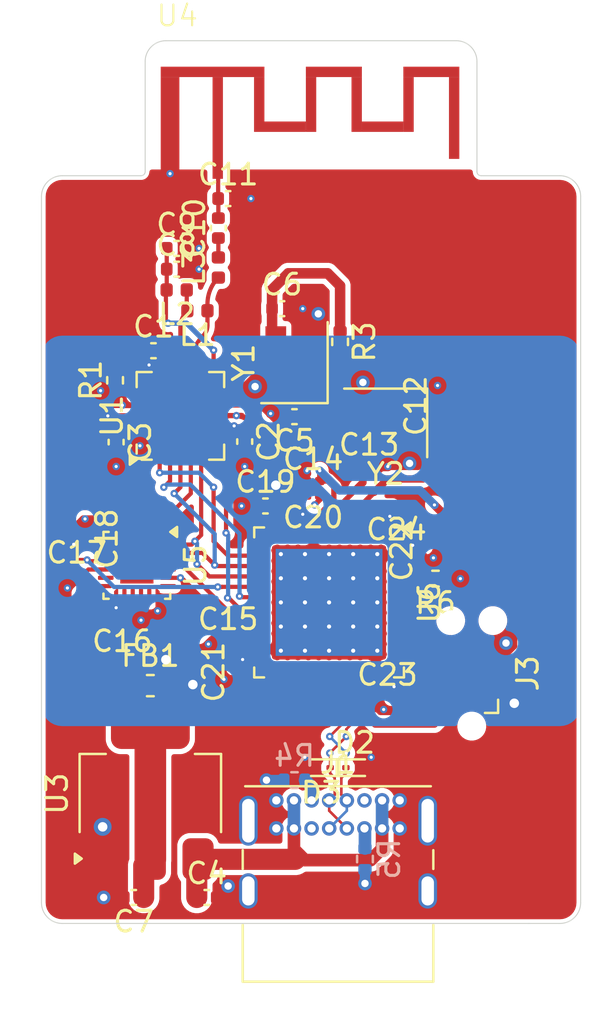
<source format=kicad_pcb>
(kicad_pcb (version 20241229) (generator "pcbnew") (generator_version "9.0")
  (layers (0 "F.Cu" signal) (4 "In1.Cu" signal) (6 "In2.Cu" signal) (2 "B.Cu" signal) (13 "F.Paste" user) (15 "B.Paste" user) (5 "F.SilkS" user "F.Silkscreen") (7 "B.SilkS" user "B.Silkscreen") (1 "F.Mask" user) (3 "B.Mask" user) (25 "Edge.Cuts" user))
  (net 0 "")
  (net 1 "GND")
  (net 2 "+3.3V")
  (net 3 "/DVDD")
  (net 4 "VBUS")
  (net 5 "/XC2")
  (net 6 "/XC1")
  (net 7 "/VREG_O")
  (net 8 "/VDD_PA")
  (net 9 "/ANT_OUT")
  (net 10 "Net-(C10-Pad1)")
  (net 11 "RCC_OSC_IN")
  (net 12 "RCC_OSC_OUT")
  (net 13 "NRST")
  (net 14 "Net-(U6-VCAP1)")
  (net 15 "/REGOUT")
  (net 16 "D-")
  (net 18 "CC1")
  (net 19 "D+")
  (net 21 "CC2")
  (net 22 "SPI1_MOSI")
  (net 23 "SPI1_MISO")
  (net 24 "SPI1_SCK")
  (net 25 "SYS_JTMS-SWDIO")
  (net 26 "SYS_JTDO-SWO")
  (net 27 "SYS_JTCK-SWCLK")
  (net 28 "/ANT2")
  (net 29 "/ANT1")
  (net 30 "/IREF")
  (net 31 "Net-(U6-BOOT0)")
  (net 32 "SPI1_CS0")
  (net 33 "IRQ")
  (net 34 "INT1")
  (net 47 "SPI1_CS1")
  (net 56 "CE")
  (footprint "Package_DFN_QFN:QFN-48-1EP_7x7mm_P0.5mm_EP5.15x5.15mm_ThermalVias" (layer "F.Cu") (at 232.86875 103.04375 -90)
    (property "Reference" "U6")
    (property "Value" "STM32F411CEUx")
  )
  (footprint "Capacitor_SMD:C_0201_0603Metric" (layer "F.Cu") (at 234.8 96.5)
    (property "Reference" "C13")
    (property "Value" "10p")
  )
  (footprint "Resistor_SMD:R_0402_1005Metric" (layer "F.Cu") (at 222.55 92.35 90)
    (property "Reference" "R1")
    (property "Value" "22k")
  )
  (footprint "Capacitor_SMD:C_0402_1005Metric" (layer "F.Cu") (at 231.2 94.1 180)
    (property "Reference" "C5")
    (property "Value" "22p")
  )
  (footprint "Diode_SMD:D_SOD-923" (layer "F.Cu") (at 234.1 111)
    (property "Reference" "D2")
    (property "Value" "ESD")
  )
  (footprint "Connector:Tag-Connect_TC2030-IDC-NL_2x03_P1.27mm_Vertical" (layer "F.Cu") (at 239.75 106.46 90)
    (property "Reference" "J3")
    (property "Value" "TC2030")
  )
  (footprint "Capacitor_SMD:C_0201_0603Metric" (layer "F.Cu") (at 222.9 103.86 180)
    (property "Reference" "C16")
    (property "Value" "0u1")
  )
  (footprint "Inductor_SMD:L_0603_1608Metric" (layer "F.Cu") (at 224.25 107.05)
    (property "Reference" "FB1")
    (property "Value" "600 @ 100MHz")
  )
  (footprint "Capacitor_SMD:C_0201_0603Metric" (layer "F.Cu") (at 236.11875 98.48125 180)
    (property "Reference" "C24")
    (property "Value" "0u1")
  )
  (footprint "Inductor_SMD:L_0402_1005Metric" (layer "F.Cu") (at 227.53 86.92 90)
    (property "Reference" "L3")
    (property "Value" "3n9")
  )
  (footprint "Capacitor_SMD:C_0402_1005Metric" (layer "F.Cu") (at 229.8 98.4)
    (property "Reference" "C19")
    (property "Value" "10u")
  )
  (footprint "Package_DFN_QFN:QFN-20-1EP_4x4mm_P0.5mm_EP2.5x2.5mm" (layer "F.Cu") (at 225.7 94.0625 90)
    (property "Reference" "U1")
    (property "Value" "NRF24L01")
  )
  (footprint "Capacitor_SMD:C_0201_0603Metric" (layer "F.Cu") (at 238.1 93.58 90)
    (property "Reference" "C12")
    (property "Value" "10p")
  )
  (footprint "Capacitor_SMD:C_0402_1005Metric" (layer "F.Cu") (at 228 83.6)
    (property "Reference" "C11")
    (property "Value" "1p")
  )
  (footprint "Capacitor_SMD:C_0201_0603Metric" (layer "F.Cu") (at 232.1 97.2)
    (property "Reference" "C14")
    (property "Value" "0u1")
  )
  (footprint "Crystal:Crystal_SMD_EuroQuartz_MT-4Pin_3.2x2.5mm" (layer "F.Cu") (at 231.2 91.5 90)
    (property "Reference" "Y1")
    (property "Value" "16MHz")
  )
  (footprint "Capacitor_SMD:C_0402_1005Metric" (layer "F.Cu") (at 226.97 117.25)
    (property "Reference" "C4")
    (property "Value" "22u")
  )
  (footprint "Capacitor_SMD:C_0201_0603Metric" (layer "F.Cu") (at 235.68125 107.58125)
    (property "Reference" "C23")
    (property "Value" "0u1")
  )
  (footprint "Crystal:Crystal_SMD_Abracon_ABM8G-4Pin_3.2x2.5mm" (layer "F.Cu") (at 235.6 94.4 180)
    (property "Reference" "Y2")
    (property "Value" "24MHz")
  )
  (footprint "Resistor_SMD:R_0402_1005Metric" (layer "F.Cu") (at 233.4 90.5 -90)
    (property "Reference" "R3")
    (property "Value" "1M")
  )
  (footprint "Capacitor_SMD:C_0201_0603Metric" (layer "F.Cu") (at 232.1 97.9 180)
    (property "Reference" "C20")
    (property "Value" "0u1")
  )
  (footprint "Capacitor_SMD:C_0402_1005Metric" (layer "F.Cu") (at 224.4 90.925)
    (property "Reference" "C1")
    (property "Value" "10n")
  )
  (footprint "Capacitor_SMD:C_0402_1005Metric" (layer "F.Cu") (at 227.53 85.02 90)
    (property "Reference" "C10")
    (property "Value" "1p5")
  )
  (footprint "Inductor_SMD:L_0402_1005Metric" (layer "F.Cu") (at 225.52 88 180)
    (property "Reference" "L2")
    (property "Value" "2n7")
  )
  (footprint "Package_DFN_QFN:QFN-24-1EP_3x3mm_P0.4mm_EP1.75x1.6mm" (layer "F.Cu") (at 223.6 101.26 -90)
    (property "Reference" "U5")
    (property "Value" "ICM-20948")
  )
  (footprint "RF_Antenna:Untitled" (layer "F.Cu") (at 224.75 82.65)
    (property "Reference" "U4")
    (property "Value" "2.4GHz")
  )
  (footprint "Resistor_SMD:R_0402_1005Metric" (layer "F.Cu") (at 238 101.9 180)
    (property "Reference" "R6")
    (property "Value" "5k1")
  )
  (footprint "Capacitor_SMD:C_0201_0603Metric" (layer "F.Cu") (at 220.7 101.7)
    (property "Reference" "C17")
    (property "Value" "0u1")
  )
  (footprint "Capacitor_SMD:C_0402_1005Metric" (layer "F.Cu") (at 225.52 87)
    (property "Reference" "C8")
    (property "Value" "2n2")
  )
  (footprint "Capacitor_SMD:C_0402_1005Metric" (layer "F.Cu") (at 230.6 88.9)
    (property "Reference" "C6")
    (property "Value" "22p")
  )
  (footprint "Capacitor_SMD:C_0201_0603Metric" (layer "F.Cu") (at 221.1 99.98 -90)
    (property "Reference" "C18")
    (property "Value" "0u1")
  )
  (footprint "Capacitor_SMD:C_0402_1005Metric" (layer "F.Cu") (at 223.45 117.25 180)
    (property "Reference" "C7")
    (property "Value" "22u")
  )
  (footprint "Capacitor_SMD:C_0201_0603Metric" (layer "F.Cu") (at 228.35 106.4 90)
    (property "Reference" "C21")
    (property "Value" "0u1")
  )
  (footprint "Inductor_SMD:L_0402_1005Metric" (layer "F.Cu") (at 226.52 89 180)
    (property "Reference" "L1")
    (property "Value" "8n2")
  )
  (footprint "Diode_SMD:D_SOD-923" (layer "F.Cu") (at 232.5 111 180)
    (property "Reference" "D3")
    (property "Value" "ESD")
  )
  (footprint "Capacitor_SMD:C_0201_0603Metric" (layer "F.Cu") (at 228 104.9)
    (property "Reference" "C15")
    (property "Value" "0u1")
  )
  (footprint "Capacitor_SMD:C_0402_1005Metric" (layer "F.Cu") (at 222.6 95.325 -90)
    (property "Reference" "C3")
    (property "Value" "33n")
  )
  (footprint "Capacitor_SMD:C_0402_1005Metric" (layer "F.Cu") (at 228.8 95.3 -90)
    (property "Reference" "C2")
    (property "Value" "1n")
  )
  (footprint "Capacitor_SMD:C_0402_1005Metric" (layer "F.Cu") (at 225.52 86)
    (property "Reference" "C9")
    (property "Value" "4n7")
  )
  (footprint "Package_TO_SOT_SMD:SOT-223-3_TabPin2" (layer "F.Cu") (at 224.25 112.25 90)
    (property "Reference" "U3")
    (property "Value" "LM1117MP-3.3")
  )
  (footprint "Capacitor_SMD:C_0201_0603Metric" (layer "F.Cu") (at 237.41875 100.58125 90)
    (property "Reference" "C22")
    (property "Value" "0u1")
  )
  (footprint "Connector_USB:USB_C_Receptacle_GCT_USB4085" (layer "F.Cu") (at 230.325 112.575)
    (property "Reference" "J1")
    (property "Value" "USB_C_Receptacle_USB2.0_16P")
  )
  (footprint "Resistor_SMD:R_0402_1005Metric" (layer "B.Cu") (at 231.2 111.6 180)
    (property "Reference" "R4")
    (property "Value" "5k1")
  )
  (footprint "Resistor_SMD:R_0402_1005Metric" (layer "B.Cu") (at 234.6 115.4 90)
    (property "Reference" "R5")
    (property "Value" "5k1")
  )
  (gr_arc (start 239 76) (mid 239.707107 76.292893) (end 240 77) (stroke (width 0.05)) (layer "Edge.Cuts"))
  (gr_line (start 242.5 118.5) (end 220 118.5) (stroke (width 0.05)) (layer "Edge.Cuts"))
  (gr_arc (start 240.2 82.5) (mid 240.058579 82.441421) (end 240 82.3) (stroke (width 0.05)) (layer "Edge.Cuts"))
  (gr_line (start 224 82.3) (end 224 77) (stroke (width 0.05)) (layer "Edge.Cuts"))
  (gr_line (start 220 82.5) (end 223.8 82.5) (stroke (width 0.05)) (layer "Edge.Cuts"))
  (gr_line (start 245 83.5) (end 245 117.5) (stroke (width 0.05)) (layer "Edge.Cuts"))
  (gr_arc (start 224 77) (mid 224.292893 76.292893) (end 225 76) (stroke (width 0.05)) (layer "Edge.Cuts"))
  (gr_arc (start 245 117.5) (mid 244.707107 118.207107) (end 244 118.5) (stroke (width 0.05)) (layer "Edge.Cuts"))
  (gr_line (start 225 76) (end 239 76) (stroke (width 0.05)) (layer "Edge.Cuts"))
  (gr_line (start 244 82.5) (end 240.2 82.5) (stroke (width 0.05)) (layer "Edge.Cuts"))
  (gr_arc (start 219 83.5) (mid 219.292893 82.792893) (end 220 82.5) (stroke (width 0.05)) (layer "Edge.Cuts"))
  (gr_line (start 240 77) (end 240 82.3) (stroke (width 0.05)) (layer "Edge.Cuts"))
  (gr_arc (start 244 82.5) (mid 244.707107 82.792893) (end 245 83.5) (stroke (width 0.05)) (layer "Edge.Cuts"))
  (gr_arc (start 224 82.3) (mid 223.941421 82.441421) (end 223.8 82.5) (stroke (width 0.05)) (layer "Edge.Cuts"))
  (gr_line (start 242.5 118.5) (end 244 118.5) (stroke (width 0.05)) (layer "Edge.Cuts"))
  (gr_arc (start 220 118.5) (mid 219.292893 118.207107) (end 219 117.5) (stroke (width 0.05)) (layer "Edge.Cuts"))
  (gr_line (start 219 117.5) (end 219 83.5) (stroke (width 0.05)) (layer "Edge.Cuts"))
  (segment (start 236.75 95.3) (end 236.7 95.25) (width 0.4572) (layer "F.Cu") (net 1))
  (segment (start 224.6 102.76) (end 224.6 103.45) (width 0.2032) (layer "F.Cu") (net 1))
  (segment (start 223.7625 93.5625) (end 222.9125 93.5625) (width 0.254) (layer "F.Cu") (net 1))
  (segment (start 238.1 93.26) (end 238.1 92.6) (width 0.4572) (layer "F.Cu") (net 1))
  (segment (start 232.08 110.88) (end 231.7 110.5) (width 0.254) (layer "F.Cu") (net 1))
  (segment (start 231.78 97.2) (end 231.78 96.72) (width 0.254) (layer "F.Cu") (net 1))
  (segment (start 232.42 98.099999) (end 232.42 97.9) (width 0.254) (layer "F.Cu") (net 1))
  (segment (start 229.3 92.65) (end 230.25 92.65) (width 0.4572) (layer "F.Cu") (net 1))
  (segment (start 221.95 113.85) (end 221.95 115.4) (width 1.016) (layer "F.Cu") (net 1))
  (segment (start 222.9125 93.5625) (end 222.9 93.55) (width 0.254) (layer "F.Cu") (net 1))
  (segment (start 228.8 95.78) (end 228.8 96.5) (width 0.4572) (layer "F.Cu") (net 1))
  (segment (start 221.1 99.025) (end 221.1 99.66) (width 0.3556) (layer "F.Cu") (net 1))
  (segment (start 226 86) (end 226.6 86) (width 0.3048) (layer "F.Cu") (net 1))
  (segment (start 223.76 103.86) (end 223.8 103.9) (width 0.3048) (layer "F.Cu") (net 1))
  (segment (start 232.35 89.15) (end 232.35 90.15) (width 0.4572) (layer "F.Cu") (net 1))
  (segment (start 226.6 87) (end 226 87) (width 0.3048) (layer "F.Cu") (net 1))
  (segment (start 240.385 105.19) (end 241.21 105.19) (width 0.762) (layer "F.Cu") (net 1))
  (segment (start 237.89875 100.90125) (end 237.41875 100.90125) (width 0.3556) (layer "F.Cu") (net 1))
  (segment (start 231.78 96.72) (end 231.8 96.7) (width 0.254) (layer "F.Cu") (net 1))
  (segment (start 228.35 106.72) (end 227.83 106.72) (width 0.3556) (layer "F.Cu") (net 1))
  (segment (start 232.172276 98.347723) (end 232.42 98.099999) (width 0.254) (layer "F.Cu") (net 1))
  (segment (start 227.68 104.9) (end 227.2 104.9) (width 0.3556) (layer "F.Cu") (net 1))
  (segment (start 236.75 96.35) (end 236.75 95.3) (width 0.4572) (layer "F.Cu") (net 1))
  (segment (start 235.36125 107.58125) (end 235.36125 108.06125) (width 0.3556) (layer "F.Cu") (net 1))
  (segment (start 222.97 117.25) (end 222 117.25) (width 0.508) (layer "F.Cu") (net 1))
  (segment (start 230.25 92.65) (end 230.3 92.6) (width 0.4572) (layer "F.Cu") (net 1))
  (segment (start 239.2 101.9) (end 238.51 101.9) (width 0.3556) (layer "F.Cu") (net 1))
  (segment (start 222.55 92.86) (end 221.86 92.86) (width 0.3556) (layer "F.Cu") (net 1))
  (segment (start 228.65 98.4) (end 229.32 98.4) (width 0.4572) (layer "F.Cu") (net 1))
  (segment (start 232.35 90.15) (end 232.1 90.4) (width 0.4572) (layer "F.Cu") (net 1))
  (segment (start 228.48 83.6) (end 229.1 83.6) (width 0.3048) (layer "F.Cu") (net 1))
  (segment (start 227.65 94.05) (end 227.6375 94.0625) (width 0.254) (layer "F.Cu") (net 1))
  (segment (start 234.52 111) (end 234.52 110.88) (width 0.254) (layer "F.Cu") (net 1))
  (segment (start 223.22 103.86) (end 223.76 103.86) (width 0.3048) (layer "F.Cu") (net 1))
  (segment (start 231.6 88.9) (end 231.08 88.9) (width 0.4572) (layer "F.Cu") (net 1))
  (segment (start 220.38 101.7) (end 220.38 102.22) (width 0.3048) (layer "F.Cu") (net 1))
  (segment (start 241.21 105.19) (end 241.4 105) (width 0.762) (layer "F.Cu") (net 1))
  (segment (start 232.08 111) (end 232.08 110.88) (width 0.254) (layer "F.Cu") (net 1))
  (segment (start 235.36125 108.06125) (end 235.5 108.2) (width 0.3556) (layer "F.Cu") (net 1))
  (segment (start 228 116.7) (end 227.45 117.25) (width 0.508) (layer "F.Cu") (net 1))
  (segment (start 230.05 93.95) (end 230.57 93.95) (width 0.4572) (layer "F.Cu") (net 1))
  (segment (start 223.7625 95.4875) (end 223.75 95.5) (width 0.3048) (layer "F.Cu") (net 1))
  (segment (start 227.83 106.72) (end 227.8 106.75) (width 0.3556) (layer "F.Cu") (net 1))
  (segment (start 220.38 102.22) (end 220.25 102.35) (width 0.3048) (layer "F.Cu") (net 1))
  (segment (start 225.7 101.86) (end 225.1 101.86) (width 0.2032) (layer "F.Cu") (net 1))
  (segment (start 230.57 93.95) (end 230.72 94.1) (width 0.4572) (layer "F.Cu") (net 1))
  (segment (start 235.7 96.5) (end 235.12 96.5) (width 0.4572) (layer "F.Cu") (net 1))
  (segment (start 222.6 95.805) (end 222.6 96.5) (width 0.3556) (layer "F.Cu") (net 1))
  (segment (start 221.86 92.86) (end 221.85 92.85) (width 0.3556) (layer "F.Cu") (net 1))
  (segment (start 223.7625 95.0625) (end 223.7625 95.4875) (width 0.3048) (layer "F.Cu") (net 1))
  (segment (start 237.9 100.9) (end 237.89875 100.90125) (width 0.3556) (layer "F.Cu") (net 1))
  (segment (start 228.4 94.05) (end 227.65 94.05) (width 0.254) (layer "F.Cu") (net 1))
  (segment (start 234.5 93.55) (end 234.5 92.45) (width 0.4572) (layer "F.Cu") (net 1))
  (segment (start 234.52 110.88) (end 234.9 110.5) (width 0.254) (layer "F.Cu") (net 1))
  (segment (start 227.2 104.9) (end 227.05 105.05) (width 0.3556) (layer "F.Cu") (net 1))
  (via (at 229.85 111.6) (size 0.6604) (drill 0.3556) (layers "F.Cu" "B.Cu") (net 1))
  (via (at 228.65 98.4) (size 0.3556) (drill 0.1524) (layers "F.Cu" "B.Cu") (net 1))
  (via (at 239.2 101.9) (size 0.3556) (drill 0.1524) (layers "F.Cu" "B.Cu") (net 1))
  (via (at 237.9 100.9) (size 0.3556) (drill 0.1524) (layers "F.Cu" "B.Cu") (net 1))
  (via (at 232.35 89.15) (size 0.6604) (drill 0.3556) (layers "F.Cu" "B.Cu") (net 1))
  (via (at 235.7 96.5) (size 0.3556) (drill 0.1524) (layers "F.Cu" "B.Cu") (net 1))
  (via (at 231.6 88.9) (size 0.3556) (drill 0.1524) (layers "F.Cu" "B.Cu") (net 1))
  (via (at 232.172276 98.347723) (size 0.3556) (drill 0.1524) (layers "F.Cu" "B.Cu") (net 1))
  (via (at 225.2 82.4) (size 0.3556) (drill 0.1524) (layers "F.Cu" "B.Cu") (net 1))
  (via (at 221.95 113.85) (size 0.8636) (drill 0.4572) (layers "F.Cu" "B.Cu") (net 1))
  (via (at 234.6 116.575) (size 0.6604) (drill 0.3556) (layers "F.Cu" "B.Cu") (net 1))
  (via (at 224.6 103.45) (size 0.3556) (drill 0.1524) (layers "F.Cu" "B.Cu") (net 1))
  (via (at 223.75 95.5) (size 0.3556) (drill 0.1524) (layers "F.Cu" "B.Cu") (net 1))
  (via (at 234.9 110.5) (size 0.3556) (drill 0.1524) (layers "F.Cu" "B.Cu") (net 1))
  (via (at 227.8 106.75) (size 0.3556) (drill 0.1524) (layers "F.Cu" "B.Cu") (net 1))
  (via (at 230.05 93.95) (size 0.3556) (drill 0.1524) (layers "F.Cu" "B.Cu") (net 1))
  (via (at 222.6 96.5) (size 0.3556) (drill 0.1524) (layers "F.Cu" "B.Cu") (net 1))
  (via (at 241.4 105) (size 0.6604) (drill 0.3556) (layers "F.Cu" "B.Cu") (net 1))
  (via (at 231.8 96.7) (size 0.3556) (drill 0.1524) (layers "F.Cu" "B.Cu") (net 1))
  (via (at 229.1 83.6) (size 0.3556) (drill 0.1524) (layers "F.Cu" "B.Cu") (net 1))
  (via (at 235.5 108.2) (size 0.3556) (drill 0.1524) (layers "F.Cu" "B.Cu") (net 1))
  (via (at 223.8 103.9) (size 0.3556) (drill 0.1524) (layers "F.Cu" "B.Cu") (net 1))
  (via (at 236.75 96.35) (size 0.6604) (drill 0.3556) (layers "F.Cu" "B.Cu") (net 1))
  (via (at 226.6 86) (size 0.3556) (drill 0.1524) (layers "F.Cu" "B.Cu") (net 1))
  (via (at 222.9 93.55) (size 0.3556) (drill 0.1524) (layers "F.Cu" "B.Cu") (net 1))
  (via (at 227.05 105.05) (size 0.3556) (drill 0.1524) (layers "F.Cu" "B.Cu") (net 1))
  (via (at 238.1 92.6) (size 0.3556) (drill 0.1524) (layers "F.Cu" "B.Cu") (net 1))
  (via (at 231.7 110.5) (size 0.3556) (drill 0.1524) (layers "F.Cu" "B.Cu") (net 1))
  (via (at 221.85 92.85) (size 0.3556) (drill 0.1524) (layers "F.Cu" "B.Cu") (net 1))
  (via (at 234.5 92.45) (size 0.6604) (drill 0.3556) (layers "F.Cu" "B.Cu") (net 1))
  (via (at 220.25 102.35) (size 0.3556) (drill 0.1524) (layers "F.Cu" "B.Cu") (net 1))
  (via (at 226.6 87) (size 0.3556) (drill 0.1524) (layers "F.Cu" "B.Cu") (net 1))
  (via (at 228.4 94.05) (size 0.3556) (drill 0.1524) (layers "F.Cu" "B.Cu") (net 1))
  (via (at 228 116.7) (size 0.6604) (drill 0.3556) (layers "F.Cu" "B.Cu") (net 1))
  (via (at 229.3 92.65) (size 0.6604) (drill 0.3556) (layers "F.Cu" "B.Cu") (net 1))
  (via (at 222 117.25) (size 0.6604) (drill 0.3556) (layers "F.Cu" "B.Cu") (net 1))
  (via (at 228.8 96.5) (size 0.3556) (drill 0.1524) (layers "F.Cu" "B.Cu") (net 1))
  (via (at 225.7 101.86) (size 0.3556) (drill 0.1524) (layers "F.Cu" "B.Cu") (net 1))
  (via (at 221.1 99.025) (size 0.3556) (drill 0.1524) (layers "F.Cu" "B.Cu") (net 1))
  (segment (start 234.6 116.575) (end 234.6 115.91) (width 0.508) (layer "B.Cu") (net 1))
  (segment (start 230.69 111.6) (end 229.85 111.6) (width 0.508) (layer "B.Cu") (net 1))
  (segment (start 228.7 105.79375) (end 228.63625 105.79375) (width 0.2032) (layer "F.Cu") (net 2))
  (segment (start 220.553632 100.246368) (end 220.607264 100.3) (width 0.2032) (layer "F.Cu") (net 2))
  (segment (start 235.79875 99.42625) (end 235.61875 99.60625) (width 0.254) (layer "F.Cu") (net 2))
  (segment (start 227.6375 94.5625) (end 228.5425 94.5625) (width 0.2032) (layer "F.Cu") (net 2))
  (segment (start 228.5425 94.5625) (end 228.8 94.82) (width 0.2032) (layer "F.Cu") (net 2))
  (segment (start 225 107.0125) (end 225.0375 107.05) (width 1.016) (layer "F.Cu") (net 2))
  (segment (start 236.9 100.29375) (end 237.38625 100.29375) (width 0.254) (layer "F.Cu") (net 2))
  (segment (start 236.30625 100.29375) (end 236.9 100.29375) (width 0.254) (layer "F.Cu") (net 2))
  (segment (start 230.28 98.4) (end 230.28 97.42) (width 0.508) (layer "F.Cu") (net 2))
  (segment (start 241.63 107.73) (end 241.8 107.9) (width 0.762) (layer "F.Cu") (net 2))
  (segment (start 240.385 107.73) (end 241.63 107.73) (width 0.762) (layer "F.Cu") (net 2))
  (segment (start 236.00125 106.86375) (end 236.00125 107.1) (width 0.2032) (layer "F.Cu") (net 2))
  (segment (start 222.6 103.84) (end 222.58 103.86) (width 0.254) (layer "F.Cu") (net 2))
  (segment (start 223.92 90.925) (end 223.92 91.345) (width 0.2032) (layer "F.Cu") (net 2))
  (segment (start 225.1 105.8) (end 226.3 107) (width 1.016) (layer "F.Cu") (net 2))
  (segment (start 225 105.8) (end 225.1 105.8) (width 1.016) (layer "F.Cu") (net 2))
  (segment (start 231.61875 98.06125) (end 231.78 97.9) (width 0.254) (layer "F.Cu") (net 2))
  (segment (start 226.3 107) (end 225.0875 107) (width 1.016) (layer "F.Cu") (net 2))
  (segment (start 225.0875 107) (end 225.0375 107.05) (width 1.016) (layer "F.Cu") (net 2))
  (segment (start 231.61875 99.60625) (end 231.61875 98.06125) (width 0.254) (layer "F.Cu") (net 2))
  (segment (start 235.79875 98.9) (end 235.79875 99.42625) (width 0.254) (layer "F.Cu") (net 2))
  (segment (start 224.1875 91.6125) (end 224.7 92.125) (width 0.2032) (layer "F.Cu") (net 2))
  (segment (start 228.63625 105.79375) (end 228.35 106.08) (width 0.2032) (layer "F.Cu") (net 2))
  (segment (start 222.6 102.76) (end 222.6 103.3) (width 0.254) (layer "F.Cu") (net 2))
  (segment (start 220.607264 100.3) (end 221.317596 100.3) (width 0.2032) (layer "F.Cu") (net 2))
  (segment (start 221.677596 100.66) (end 222.1 100.66) (width 0.2032) (layer "F.Cu") (net 2))
  (segment (start 222.6 103.3) (end 222.6 103.84) (width 0.254) (layer "F.Cu") (net 2))
  (segment (start 222.2 94.0625) (end 223.7625 94.0625) (width 0.254) (layer "F.Cu") (net 2))
  (segment (start 235.79875 98.48125) (end 235.79875 98.9) (width 0.254) (layer "F.Cu") (net 2))
  (segment (start 225 105.8) (end 225 107.0125) (width 1.016) (layer "F.Cu") (net 2))
  (segment (start 237.38625 100.29375) (end 237.41875 100.26125) (width 0.254) (layer "F.Cu") (net 2))
  (segment (start 230.28 97.42) (end 230.3 97.4) (width 0.508) (layer "F.Cu") (net 2))
  (segment (start 236.00125 107.1) (end 236.00125 107.58125) (width 0.2032) (layer "F.Cu") (net 2))
  (segment (start 223.92 91.345) (end 224.1875 91.6125) (width 0.2032) (layer "F.Cu") (net 2))
  (segment (start 235.61875 106.48125) (end 236.00125 106.86375) (width 0.2032) (layer "F.Cu") (net 2))
  (segment (start 221.317596 100.3) (end 221.677596 100.66) (width 0.2032) (layer "F.Cu") (net 2))
  (segment (start 229.43125 105.79375) (end 228.7 105.79375) (width 0.2032) (layer "F.Cu") (net 2))
  (via (at 224.1875 91.6125) (size 0.3556) (drill 0.1524) (layers "F.Cu" "B.Cu") (net 2))
  (via (at 226.3 107) (size 0.8636) (drill 0.4572) (layers "F.Cu" "B.Cu") (net 2))
  (via (at 230.3 97.4) (size 0.8636) (drill 0.4572) (layers "F.Cu" "B.Cu") (net 2))
  (via (at 231.6 98.8) (size 0.3556) (drill 0.1524) (layers "F.Cu" "B.Cu") (net 2))
  (via (at 236.9 100.29375) (size 0.3556) (drill 0.1524) (layers "F.Cu" "B.Cu") (net 2))
  (via (at 225 105.8) (size 0.8636) (drill 0.4572) (layers "F.Cu" "B.Cu") (net 2))
  (via (at 228.290319 94.543562) (size 0.3556) (drill 0.1524) (layers "F.Cu" "B.Cu") (net 2))
  (via (at 241.8 107.9) (size 0.8636) (drill 0.4572) (layers "F.Cu" "B.Cu") (net 2))
  (via (at 220.553632 100.246368) (size 0.3556) (drill 0.1524) (layers "F.Cu" "B.Cu") (net 2))
  (via (at 222.2 94.0625) (size 0.3556) (drill 0.1524) (layers "F.Cu" "B.Cu") (net 2))
  (via (at 222.6 103.3) (size 0.3556) (drill 0.1524) (layers "F.Cu" "B.Cu") (net 2))
  (via (at 236.00125 107.1) (size 0.3556) (drill 0.1524) (layers "F.Cu" "B.Cu") (net 2))
  (via (at 228.7 105.79375) (size 0.3556) (drill 0.1524) (layers "F.Cu" "B.Cu") (net 2))
  (via (at 235.79875 98.9) (size 0.3556) (drill 0.1524) (layers "F.Cu" "B.Cu") (net 2))
  (segment (start 222.6 94.845) (end 222.8825 94.5625) (width 0.254) (layer "F.Cu") (net 3))
  (segment (start 222.8825 94.5625) (end 223.7625 94.5625) (width 0.254) (layer "F.Cu") (net 3))
  (segment (start 231.7 115.45) (end 231.45 115.2) (width 0.6096) (layer "F.Cu") (net 4))
  (segment (start 231.45 115.2) (end 231.175 114.925) (width 0.6096) (layer "F.Cu") (net 4))
  (segment (start 231.175 114.925) (end 231.175 113.925) (width 0.6096) (layer "F.Cu") (net 4))
  (segment (start 234.875 115.45) (end 231.7 115.45) (width 0.6096) (layer "F.Cu") (net 4))
  (segment (start 226.49 115.46) (end 226.49 117.25) (width 1.016) (layer "F.Cu") (net 4))
  (segment (start 235.425 114.9) (end 234.875 115.45) (width 0.6096) (layer "F.Cu") (net 4))
  (segment (start 231.236 115.414) (end 226.564 115.414) (width 1.016) (layer "F.Cu") (net 4))
  (segment (start 235.425 113.925) (end 235.425 114.9) (width 0.6096) (layer "F.Cu") (net 4))
  (segment (start 226.564 115.414) (end 226.55 115.4) (width 1.016) (layer "F.Cu") (net 4))
  (segment (start 226.55 115.4) (end 226.49 115.46) (width 1.016) (layer "F.Cu") (net 4))
  (segment (start 235.425 112.575) (end 235.425 113.925) (width 0.6096) (layer "B.Cu") (net 4))
  (segment (start 231.175 112.575) (end 231.175 113.925) (width 0.6096) (layer "B.Cu") (net 4))
  (segment (start 232.1 92.6) (end 232.1 92.31) (width 0.508) (layer "F.Cu") (net 5))
  (segment (start 231.68 94.1) (end 231.68 93.02) (width 0.508) (layer "F.Cu") (net 5))
  (segment (start 231.4 94.9) (end 231.68 94.62) (width 0.2032) (layer "F.Cu") (net 5))
  (segment (start 228.8625 93.5625) (end 230.2 94.9) (width 0.2032) (layer "F.Cu") (net 5))
  (segment (start 230.2 94.9) (end 231.4 94.9) (width 0.2032) (layer "F.Cu") (net 5))
  (segment (start 227.6375 93.5625) (end 228.8625 93.5625) (width 0.2032) (layer "F.Cu") (net 5))
  (segment (start 231.68 93.02) (end 232.1 92.6) (width 0.508) (layer "F.Cu") (net 5))
  (segment (start 232.1 92.31) (end 233.4 91.01) (width 0.508) (layer "F.Cu") (net 5))
  (segment (start 231.68 94.62) (end 231.68 94.1) (width 0.2032) (layer "F.Cu") (net 5))
  (segment (start 232.8 87.2) (end 233.4 87.8) (width 0.508) (layer "F.Cu") (net 6))
  (segment (start 230.12 88.9) (end 230.12 87.98) (width 0.508) (layer "F.Cu") (net 6))
  (segment (start 230.12 90.22) (end 230.3 90.4) (width 0.508) (layer "F.Cu") (net 6))
  (segment (start 230.12 88.9) (end 230.12 90.22) (width 0.508) (layer "F.Cu") (net 6))
  (segment (start 233.4 87.8) (end 233.4 89.99) (width 0.508) (layer "F.Cu") (net 6))
  (segment (start 230.12 87.98) (end 230.9 87.2) (width 0.508) (layer "F.Cu") (net 6))
  (segment (start 227.6375 93.0625) (end 230.3 90.4) (width 0.2032) (layer "F.Cu") (net 6))
  (segment (start 230.9 87.2) (end 232.8 87.2) (width 0.508) (layer "F.Cu") (net 6))
  (segment (start 224.25 115.4) (end 224.25 109.1) (width 1.524) (layer "F.Cu") (net 7))
  (segment (start 223.93 117.25) (end 223.93 115.72) (width 1.016) (layer "F.Cu") (net 7))
  (segment (start 223.4625 108.3125) (end 224.25 109.1) (width 1.524) (layer "F.Cu") (net 7))
  (segment (start 223.93 115.72) (end 224.25 115.4) (width 1.016) (layer "F.Cu") (net 7))
  (segment (start 223.4625 107.05) (end 223.4625 108.3125) (width 1.524) (layer "F.Cu") (net 7))
  (segment (start 227.3 91.525) (end 226.7 92.125) (width 0.2032) (layer "F.Cu") (net 8))
  (segment (start 227.3 90.9) (end 227.3 91.525) (width 0.2032) (layer "F.Cu") (net 8))
  (segment (start 225.04 87.987929) (end 225.04 87) (width 0.2032) (layer "F.Cu") (net 8))
  (segment (start 225.04 86) (end 225.04 87) (width 0.2032) (layer "F.Cu") (net 8))
  (segment (start 225 89.5) (end 225 88.027929) (width 0.2032) (layer "F.Cu") (net 8))
  (segment (start 225.1 89.6) (end 225 89.5) (width 0.2032) (layer "F.Cu") (net 8))
  (segment (start 225 88.027929) (end 225.04 87.987929) (width 0.2032) (layer "F.Cu") (net 8))
  (via (at 225.1 89.6) (size 0.3556) (drill 0.1524) (layers "F.Cu" "B.Cu") (net 8))
  (via (at 227.3 90.9) (size 0.3556) (drill 0.1524) (layers "F.Cu" "B.Cu") (net 8))
  (segment (start 225.1 89.6) (end 226 89.6) (width 0.254) (layer "B.Cu") (net 8))
  (segment (start 226 89.6) (end 227.3 90.9) (width 0.254) (layer "B.Cu") (net 8))
  (segment (start 227.52 83.348284) (end 227.52 82.448284) (width 0.2032) (layer "F.Cu") (net 9))
  (segment (start 227.52 83.6) (end 227.52 83.348284) (width 0.2032) (layer "F.Cu") (net 9))
  (segment (start 227.53 84.54) (end 227.53 83.624142) (width 0.2032) (layer "F.Cu") (net 9))
  (arc (start 227.53 83.624142) (mid 227.527401 83.611076) (end 227.52 83.6) (width 0.2032) (layer "F.Cu") (net 9))
  (arc (start 227.52 82.448284) (mid 227.514802 82.422153) (end 227.5 82.4) (width 0.2032) (layer "F.Cu") (net 9))
  (segment (start 227.53 86.435) (end 227.53 85.5) (width 0.2032) (layer "F.Cu") (net 10))
  (segment (start 238.1 96.4) (end 238.1 93.9) (width 0.3556) (layer "F.Cu") (net 11))
  (segment (start 237.4 97.1) (end 238.1 96.4) (width 0.3556) (layer "F.Cu") (net 11))
  (segment (start 235.043751 97.743751) (end 235.687502 97.1) (width 0.3556) (layer "F.Cu") (net 11))
  (segment (start 235.687502 97.1) (end 237.4 97.1) (width 0.3556) (layer "F.Cu") (net 11))
  (segment (start 233.61875 99.168751) (end 233.61875 99.60625) (width 0.254) (layer "F.Cu") (net 11))
  (segment (start 236.7 93.55) (end 237.05 93.9) (width 0.254) (layer "F.Cu") (net 11))
  (segment (start 237.05 93.9) (end 238.1 93.9) (width 0.3556) (layer "F.Cu") (net 11))
  (segment (start 235.043751 97.743751) (end 233.61875 99.168751) (width 0.254) (layer "F.Cu") (net 11))
  (segment (start 234.236378 97.536378) (end 233.11875 98.654006) (width 0.254) (layer "F.Cu") (net 12))
  (segment (start 234.5 97.272756) (end 234.5 95.25) (width 0.3556) (layer "F.Cu") (net 12))
  (segment (start 234.236378 97.536378) (end 234.5 97.272756) (width 0.3556) (layer "F.Cu") (net 12))
  (segment (start 233.11875 98.654006) (end 233.11875 99.60625) (width 0.254) (layer "F.Cu") (net 12))
  (segment (start 232.42 96.7) (end 232.42 97.2) (width 0.254) (layer "F.Cu") (net 13))
  (segment (start 232.61875 99.60625) (end 232.61875 98.58125) (width 0.254) (layer "F.Cu") (net 13))
  (segment (start 241.34 106.46) (end 240.385 106.46) (width 0.4064) (layer "F.Cu") (net 13))
  (segment (start 242.4 102.8) (end 242.4 105.4) (width 0.4064) (layer "F.Cu") (net 13))
  (segment (start 233.1 97.5) (end 232.8 97.2) (width 0.254) (layer "F.Cu") (net 13))
  (segment (start 242.4 105.4) (end 241.34 106.46) (width 0.4064) (layer "F.Cu") (net 13))
  (segment (start 237.95 98.35) (end 242.4 102.8) (width 0.4064) (layer "F.Cu") (net 13))
  (segment (start 233.1 98.1) (end 233.1 97.5) (width 0.254) (layer "F.Cu") (net 13))
  (segment (start 232.61875 98.58125) (end 233.1 98.1) (width 0.254) (layer "F.Cu") (net 13))
  (segment (start 232.8 97.2) (end 232.42 97.2) (width 0.254) (layer "F.Cu") (net 13))
  (via (at 232.42 96.7) (size 0.3556) (drill 0.1524) (layers "F.Cu" "B.Cu") (net 13))
  (via (at 237.95 98.35) (size 0.3556) (drill 0.1524) (layers "F.Cu" "B.Cu") (net 13))
  (segment (start 237.25 97.65) (end 233.37 97.65) (width 0.4064) (layer "B.Cu") (net 13))
  (segment (start 233.37 97.65) (end 232.42 96.7) (width 0.4064) (layer "B.Cu") (net 13))
  (segment (start 237.95 98.35) (end 237.25 97.65) (width 0.4064) (layer "B.Cu") (net 13))
  (segment (start 229.43125 104.79375) (end 228.42625 104.79375) (width 0.2032) (layer "F.Cu") (net 14))
  (segment (start 228.42625 104.79375) (end 228.32 104.9) (width 0.2032) (layer "F.Cu") (net 14))
  (segment (start 221.02 101.7) (end 221.26 101.46) (width 0.2032) (layer "F.Cu") (net 15))
  (segment (start 221.26 101.46) (end 222.1 101.46) (width 0.2032) (layer "F.Cu") (net 15))
  (segment (start 233.61875 107.137501) (end 233.61875 106.48125) (width 0.127) (layer "F.Cu") (net 16))
  (segment (start 233.459 112.309) (end 233.725 112.575) (width 0.127) (layer "F.Cu") (net 16))
  (segment (start 233.459 111.491001) (end 233.459 112.309) (width 0.127) (layer "F.Cu") (net 16))
  (segment (start 233.70975 108.69025) (end 233.70975 107.228501) (width 0.127) (layer "F.Cu") (net 16))
  (segment (start 233.70975 107.228501) (end 233.61875 107.137501) (width 0.127) (layer "F.Cu") (net 16))
  (segment (start 233.7 110.3) (end 233.68 110.32) (width 0.127) (layer "F.Cu") (net 16))
  (segment (start 233.68 110.32) (end 233.68 111.270001) (width 0.127) (layer "F.Cu") (net 16))
  (segment (start 233.68 111.270001) (end 233.459 111.491001) (width 0.127) (layer "F.Cu") (net 16))
  (segment (start 232.9 109.5) (end 233.70975 108.69025) (width 0.127) (layer "F.Cu") (net 16))
  (via (at 233.7 110.3) (size 0.3556) (drill 0.1524) (layers "F.Cu" "B.Cu") (net 16))
  (via (at 232.9 109.5) (size 0.3556) (drill 0.1524) (layers "F.Cu" "B.Cu") (net 16))
  (segment (start 233.725 113.075) (end 232.875 113.925) (width 0.127) (layer "B.Cu") (net 16))
  (segment (start 233.725 112.575) (end 233.725 113.075) (width 0.127) (layer "B.Cu") (net 16))
  (segment (start 232.9 109.5) (end 233.7 110.3) (width 0.127) (layer "B.Cu") (net 16))
  (segment (start 231.71 111.6) (end 232.025 111.915) (width 0.6096) (layer "B.Cu") (net 18))
  (segment (start 232.025 111.915) (end 232.025 112.575) (width 0.6096) (layer "B.Cu") (net 18))
  (segment (start 234.11875 107.137501) (end 234.11875 106.48125) (width 0.127) (layer "F.Cu") (net 19))
  (segment (start 232.9 110.3) (end 233.7 109.5) (width 0.127) (layer "F.Cu") (net 19))
  (segment (start 232.92 111.270001) (end 233.141 111.491001) (width 0.127) (layer "F.Cu") (net 19))
  (segment (start 233.7 109.5) (end 233.7 109.14972) (width 0.127) (layer "F.Cu") (net 19))
  (segment (start 232.9 110.3) (end 232.92 110.32) (width 0.127) (layer "F.Cu") (net 19))
  (segment (start 233.141 111.491001) (end 233.141 112.309) (width 0.127) (layer "F.Cu") (net 19))
  (segment (start 232.92 110.32) (end 232.92 111.270001) (width 0.127) (layer "F.Cu") (net 19))
  (segment (start 232.875 113.075) (end 233.725 113.925) (width 0.127) (layer "F.Cu") (net 19))
  (segment (start 234.02775 108.82197) (end 234.02775 107.228501) (width 0.127) (layer "F.Cu") (net 19))
  (segment (start 233.141 112.309) (end 232.875 112.575) (width 0.127) (layer "F.Cu") (net 19))
  (segment (start 232.875 112.575) (end 232.875 113.075) (width 0.127) (layer "F.Cu") (net 19))
  (segment (start 234.02775 107.228501) (end 234.11875 107.137501) (width 0.127) (layer "F.Cu") (net 19))
  (segment (start 233.7 109.14972) (end 234.02775 108.82197) (width 0.127) (layer "F.Cu") (net 19))
  (via (at 232.9 110.3) (size 0.3556) (drill 0.1524) (layers "F.Cu" "B.Cu") (net 19))
  (via (at 233.7 109.5) (size 0.3556) (drill 0.1524) (layers "F.Cu" "B.Cu") (net 19))
  (segment (start 234.6 114.89) (end 234.6 113.95) (width 0.6096) (layer "B.Cu") (net 21))
  (segment (start 234.6 113.95) (end 234.575 113.925) (width 0.6096) (layer "B.Cu") (net 21))
  (segment (start 227.5 102.3) (end 227.7 102.3) (width 0.2032) (layer "F.Cu") (net 22))
  (segment (start 227.7 102.3) (end 227.70625 102.29375) (width 0.2032) (layer "F.Cu") (net 22))
  (segment (start 221.2 101) (end 220.4 101) (width 0.2032) (layer "F.Cu") (net 22))
  (segment (start 220.4 101) (end 220 100.6) (width 0.2032) (layer "F.Cu") (net 22))
  (segment (start 225.5 98.5) (end 226.2 97.8) (width 0.2032) (layer "F.Cu") (net 22))
  (segment (start 226.2 97.8) (end 226.2 96) (width 0.2032) (layer "F.Cu") (net 22))
  (segment (start 220 99.3) (end 220.8 98.5) (width 0.2032) (layer "F.Cu") (net 22))
  (segment (start 227.70625 102.29375) (end 229.43125 102.29375) (width 0.2032) (layer "F.Cu") (net 22))
  (segment (start 220.8 98.5) (end 225.5 98.5) (width 0.2032) (layer "F.Cu") (net 22))
  (segment (start 221.26 101.06) (end 221.2 101) (width 0.2032) (layer "F.Cu") (net 22))
  (segment (start 220 100.6) (end 220 99.3) (width 0.2032) (layer "F.Cu") (net 22))
  (segment (start 222.1 101.06) (end 221.26 101.06) (width 0.2032) (layer "F.Cu") (net 22))
  (via (at 221.2 101) (size 0.3556) (drill 0.1524) (layers "F.Cu" "B.Cu") (net 22))
  (via (at 227.5 102.3) (size 0.3556) (drill 0.1524) (layers "F.Cu" "B.Cu") (net 22))
  (segment (start 227.5 102.3) (end 222.5 102.3) (width 0.2032) (layer "B.Cu") (net 22))
  (segment (start 222.5 102.3) (end 221.2 101) (width 0.2032) (layer "B.Cu") (net 22))
  (segment (start 226.7 99.8) (end 226.4 100.1) (width 0.2032) (layer "F.Cu") (net 23))
  (segment (start 226.24 100.26) (end 226.4 100.1) (width 0.2032) (layer "F.Cu") (net 23))
  (segment (start 227.09375 101.79375) (end 226.5 101.2) (width 0.2032) (layer "F.Cu") (net 23))
  (segment (start 225.1 100.26) (end 226.24 100.26) (width 0.2032) (layer "F.Cu") (net 23))
  (segment (start 229.43125 101.79375) (end 227.09375 101.79375) (width 0.2032) (layer "F.Cu") (net 23))
  (segment (start 226.7 96) (end 226.7 99.8) (width 0.2032) (layer "F.Cu") (net 23))
  (via (at 226.5 101.2) (size 0.3556) (drill 0.1524) (layers "F.Cu" "B.Cu") (net 23))
  (via (at 226.4 100.1) (size 0.3556) (drill 0.1524) (layers "F.Cu" "B.Cu") (net 23))
  (segment (start 226.5 100.2) (end 226.4 100.1) (width 0.2032) (layer "B.Cu") (net 23))
  (segment (start 226.5 101.2) (end 226.5 100.2) (width 0.2032) (layer "B.Cu") (net 23))
  (segment (start 225.7 97.5) (end 225.4 97.8) (width 0.2032) (layer "F.Cu") (net 24))
  (segment (start 225.7 96) (end 225.7 97.5) (width 0.2032) (layer "F.Cu") (net 24))
  (segment (start 229.43125 101.29375) (end 227.4 101.29375) (width 0.2032) (layer "F.Cu") (net 24))
  (segment (start 227.4 101.29375) (end 227.353125 101.246875) (width 0.2032) (layer "F.Cu") (net 24))
  (segment (start 226.76625 100.66) (end 225.1 100.66) (width 0.2032) (layer "F.Cu") (net 24))
  (segment (start 227.353125 101.246875) (end 226.76625 100.66) (width 0.2032) (layer "F.Cu") (net 24))
  (via (at 225.4 97.8) (size 0.3556) (drill 0.1524) (layers "F.Cu" "B.Cu") (net 24))
  (via (at 227.353125 101.246875) (size 0.3556) (drill 0.1524) (layers "F.Cu" "B.Cu") (net 24))
  (segment (start 227.353125 99.753125) (end 225.4 97.8) (width 0.2032) (layer "B.Cu") (net 24))
  (segment (start 227.353125 101.246875) (end 227.353125 99.753125) (width 0.2032) (layer "B.Cu") (net 24))
  (segment (start 234.9 108.7) (end 234.61875 108.41875) (width 0.254) (layer "F.Cu") (net 25))
  (segment (start 235.1 108.9) (end 237.945 108.9) (width 0.3556) (layer "F.Cu") (net 25))
  (segment (start 237.945 108.9) (end 239.115 107.73) (width 0.3556) (layer "F.Cu") (net 25))
  (segment (start 234.61875 108.41875) (end 234.61875 106.48125) (width 0.254) (layer "F.Cu") (net 25))
  (segment (start 234.9 108.7) (end 235.1 108.9) (width 0.3556) (layer "F.Cu") (net 25))
  (segment (start 236.30625 104.79375) (end 237.6 104.79375) (width 0.254) (layer "F.Cu") (net 26))
  (segment (start 238.71875 104.79375) (end 239.115 105.19) (width 0.3556) (layer "F.Cu") (net 26))
  (segment (start 237.6 104.79375) (end 238.71875 104.79375) (width 0.3556) (layer "F.Cu") (net 26))
  (segment (start 237.09375 105.79375) (end 236.30625 105.79375) (width 0.254) (layer "F.Cu") (net 27))
  (segment (start 237.76 106.46) (end 239.115 106.46) (width 0.3556) (layer "F.Cu") (net 27))
  (segment (start 237.3 106) (end 237.76 106.46) (width 0.3556) (layer "F.Cu") (net 27))
  (segment (start 237.3 106) (end 237.09375 105.79375) (width 0.254) (layer "F.Cu") (net 27))
  (segment (start 225.7 92.125) (end 225.7 89.808762) (width 0.2032) (layer "F.Cu") (net 28))
  (segment (start 226.005 88.927574) (end 226.005 88) (width 0.2032) (layer "F.Cu") (net 28))
  (arc (start 226.035 89) (mid 226.012796 88.966771) (end 226.005 88.927574) (width 0.2032) (layer "F.Cu") (net 28))
  (arc (start 225.7 89.808762) (mid 225.787063 89.371063) (end 226.035 89) (width 0.2032) (layer "F.Cu") (net 28))
  (segment (start 227.005 89) (end 227.005 89.705086) (width 0.2032) (layer "F.Cu") (net 29))
  (segment (start 226.2 91.648528) (end 226.2 92.125) (width 0.2032) (layer "F.Cu") (net 29))
  (segment (start 227.005 89) (end 227.005 88.672462) (width 0.2032) (layer "F.Cu") (net 29))
  (arc (start 226.8 90.2) (mid 226.355935 90.86459) (end 226.2 91.648528) (width 0.2032) (layer "F.Cu") (net 29))
  (arc (start 227.005 88.672462) (mid 227.141443 87.986517) (end 227.53 87.405) (width 0.2032) (layer "F.Cu") (net 29))
  (arc (start 227.005 89.705086) (mid 226.951722 89.972932) (end 226.8 90.2) (width 0.2032) (layer "F.Cu") (net 29))
  (segment (start 223.7625 93.0625) (end 223.7625 93.0525) (width 0.254) (layer "F.Cu") (net 30))
  (segment (start 223.7625 93.0525) (end 222.55 91.84) (width 0.254) (layer "F.Cu") (net 30))
  (segment (start 236.30625 102.29375) (end 237.09625 102.29375) (width 0.254) (layer "F.Cu") (net 31))
  (segment (start 237.09625 102.29375) (end 237.49 101.9) (width 0.254) (layer "F.Cu") (net 31))
  (segment (start 225.2 96) (end 225.2 97.2) (width 0.2032) (layer "F.Cu") (net 32))
  (segment (start 228.601014 102.79375) (end 228.550507 102.743243) (width 0.2032) (layer "F.Cu") (net 32))
  (segment (start 229.43125 102.79375) (end 228.601014 102.79375) (width 0.2032) (layer "F.Cu") (net 32))
  (segment (start 225.2 97.2) (end 224.9 97.5) (width 0.2032) (layer "F.Cu") (net 32))
  (via (at 224.9 97.5) (size 0.3556) (drill 0.1524) (layers "F.Cu" "B.Cu") (net 32))
  (via (at 228.550507 102.743243) (size 0.3556) (drill 0.1524) (layers "F.Cu" "B.Cu") (net 32))
  (segment (start 228.550507 102.743243) (end 228.550507 99.741829) (width 0.2032) (layer "B.Cu") (net 32))
  (segment (start 228.550507 99.741829) (end 226.178278 97.3696) (width 0.2032) (layer "B.Cu") (net 32))
  (segment (start 225.0304 97.3696) (end 224.9 97.5) (width 0.2032) (layer "B.Cu") (net 32))
  (segment (start 226.178278 97.3696) (end 225.0304 97.3696) (width 0.2032) (layer "B.Cu") (net 32))
  (segment (start 227.973195 102.826805) (end 228.026805 102.826805) (width 0.2032) (layer "F.Cu") (net 33))
  (segment (start 227.9 99.7) (end 227.9 95.325) (width 0.2032) (layer "F.Cu") (net 33))
  (segment (start 227.9 95.325) (end 227.6375 95.0625) (width 0.2032) (layer "F.Cu") (net 33))
  (segment (start 228.026805 102.826805) (end 228.49375 103.29375) (width 0.2032) (layer "F.Cu") (net 33))
  (segment (start 228.49375 103.29375) (end 229.43125 103.29375) (width 0.2032) (layer "F.Cu") (net 33))
  (via (at 227.973195 102.826805) (size 0.3556) (drill 0.1524) (layers "F.Cu" "B.Cu") (net 33))
  (via (at 227.9 99.7) (size 0.3556) (drill 0.1524) (layers "F.Cu" "B.Cu") (net 33))
  (segment (start 227.9 99.7) (end 228.003632 99.803632) (width 0.2032) (layer "B.Cu") (net 33))
  (segment (start 228 100.2) (end 228 102.8) (width 0.2032) (layer "B.Cu") (net 33))
  (segment (start 228.003632 99.803632) (end 228.003632 100.196368) (width 0.2032) (layer "B.Cu") (net 33))
  (segment (start 228 102.8) (end 227.973195 102.826805) (width 0.2032) (layer "B.Cu") (net 33))
  (segment (start 228.003632 100.196368) (end 228 100.2) (width 0.2032) (layer "B.Cu") (net 33))
  (segment (start 229.43125 104.29375) (end 229.4124 104.3126) (width 0.2032) (layer "F.Cu") (net 34))
  (segment (start 221.14 102.26) (end 222.1 102.26) (width 0.2032) (layer "F.Cu") (net 34))
  (segment (start 229.43125 104.29375) (end 227.00625 104.29375) (width 0.2032) (layer "F.Cu") (net 34))
  (segment (start 222.1 104.7) (end 220.8 103.4) (width 0.2032) (layer "F.Cu") (net 34))
  (segment (start 220.8 103.4) (end 220.8 102.6) (width 0.2032) (layer "F.Cu") (net 34))
  (segment (start 226.6 104.7) (end 222.1 104.7) (width 0.2032) (layer "F.Cu") (net 34))
  (segment (start 220.8 102.6) (end 221.14 102.26) (width 0.2032) (layer "F.Cu") (net 34))
  (segment (start 227.00625 104.29375) (end 226.6 104.7) (width 0.2032) (layer "F.Cu") (net 34))
  (segment (start 228.332876 103.79375) (end 225.599126 101.06) (width 0.2032) (layer "F.Cu") (net 47))
  (segment (start 229.43125 103.79375) (end 228.332876 103.79375) (width 0.2032) (layer "F.Cu") (net 47))
  (segment (start 225.599126 101.06) (end 225.1 101.06) (width 0.2032) (layer "F.Cu") (net 47))
  (segment (start 227.3 100.1) (end 227.99375 100.79375) (width 0.2032) (layer "F.Cu") (net 56))
  (segment (start 227.3 97.5) (end 227.3 100.1) (width 0.2032) (layer "F.Cu") (net 56))
  (segment (start 224.7 96.8) (end 224.7 96) (width 0.2032) (layer "F.Cu") (net 56))
  (segment (start 227.99375 100.79375) (end 229.43125 100.79375) (width 0.2032) (layer "F.Cu") (net 56))
  (via (at 224.7 96.8) (size 0.3556) (drill 0.1524) (layers "F.Cu" "B.Cu") (net 56))
  (via (at 227.3 97.5) (size 0.3556) (drill 0.1524) (layers "F.Cu" "B.Cu") (net 56))
  (segment (start 226.6 96.8) (end 227.3 97.5) (width 0.2032) (layer "B.Cu") (net 56))
  (segment (start 224.7 96.8) (end 226.6 96.8) (width 0.2032) (layer "B.Cu") (net 56))
  (zone (net 1) (net_name "GND") (layers "F.Cu" "In1.Cu" "In2.Cu") (connect_pads yes (clearance 0.25)) (min_thickness 0.25) (fill yes (thermal_gap 0.5) (thermal_bridge_width 0.5))
    (polygon (pts (xy 246 82.2) (xy 246 120) (xy 217 120) (xy 217 82.2)))
  )
  (zone (net 2) (net_name "+3.3V") (layer "B.Cu") (priority 1) (connect_pads yes (clearance 0.25)) (min_thickness 0.25) (fill yes (thermal_gap 0.5) (thermal_bridge_width 0.5) (smoothing fillet) (radius 1))
    (polygon (pts (xy 217 90.2) (xy 246 90.2) (xy 246 109) (xy 217 109)))
  )
)
</source>
